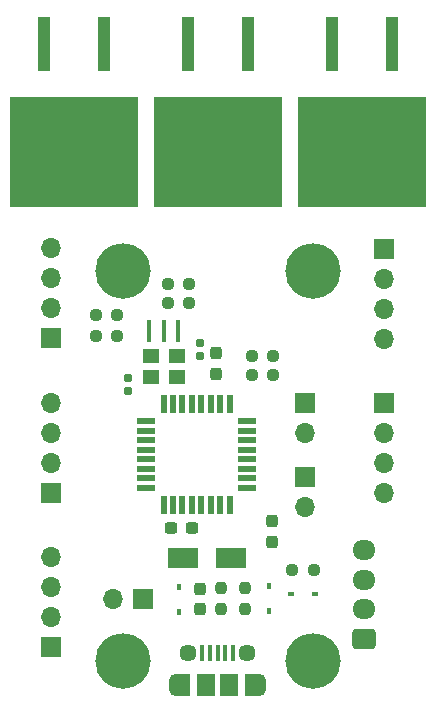
<source format=gts>
G04 #@! TF.GenerationSoftware,KiCad,Pcbnew,(6.0.10)*
G04 #@! TF.CreationDate,2023-08-15T16:43:45+01:00*
G04 #@! TF.ProjectId,BlinkStickAdvanced,426c696e-6b53-4746-9963-6b416476616e,1.4*
G04 #@! TF.SameCoordinates,Original*
G04 #@! TF.FileFunction,Soldermask,Top*
G04 #@! TF.FilePolarity,Negative*
%FSLAX46Y46*%
G04 Gerber Fmt 4.6, Leading zero omitted, Abs format (unit mm)*
G04 Created by KiCad (PCBNEW (6.0.10)) date 2023-08-15 16:43:45*
%MOMM*%
%LPD*%
G01*
G04 APERTURE LIST*
G04 Aperture macros list*
%AMRoundRect*
0 Rectangle with rounded corners*
0 $1 Rounding radius*
0 $2 $3 $4 $5 $6 $7 $8 $9 X,Y pos of 4 corners*
0 Add a 4 corners polygon primitive as box body*
4,1,4,$2,$3,$4,$5,$6,$7,$8,$9,$2,$3,0*
0 Add four circle primitives for the rounded corners*
1,1,$1+$1,$2,$3*
1,1,$1+$1,$4,$5*
1,1,$1+$1,$6,$7*
1,1,$1+$1,$8,$9*
0 Add four rect primitives between the rounded corners*
20,1,$1+$1,$2,$3,$4,$5,0*
20,1,$1+$1,$4,$5,$6,$7,0*
20,1,$1+$1,$6,$7,$8,$9,0*
20,1,$1+$1,$8,$9,$2,$3,0*%
G04 Aperture macros list end*
%ADD10RoundRect,0.250000X0.725000X-0.600000X0.725000X0.600000X-0.725000X0.600000X-0.725000X-0.600000X0*%
%ADD11O,1.950000X1.700000*%
%ADD12R,0.450000X0.600000*%
%ADD13R,1.700000X1.700000*%
%ADD14O,1.700000X1.700000*%
%ADD15O,1.200000X1.900000*%
%ADD16C,1.450000*%
%ADD17R,1.500000X1.900000*%
%ADD18R,1.200000X1.900000*%
%ADD19R,0.400000X1.350000*%
%ADD20RoundRect,0.237500X-0.250000X-0.237500X0.250000X-0.237500X0.250000X0.237500X-0.250000X0.237500X0*%
%ADD21C,4.700000*%
%ADD22R,1.400000X1.200000*%
%ADD23RoundRect,0.237500X-0.237500X0.300000X-0.237500X-0.300000X0.237500X-0.300000X0.237500X0.300000X0*%
%ADD24R,1.100000X4.600000*%
%ADD25R,10.800000X9.400000*%
%ADD26RoundRect,0.237500X0.237500X-0.250000X0.237500X0.250000X-0.237500X0.250000X-0.237500X-0.250000X0*%
%ADD27RoundRect,0.237500X-0.237500X0.250000X-0.237500X-0.250000X0.237500X-0.250000X0.237500X0.250000X0*%
%ADD28R,0.400000X1.900000*%
%ADD29RoundRect,0.237500X0.250000X0.237500X-0.250000X0.237500X-0.250000X-0.237500X0.250000X-0.237500X0*%
%ADD30R,1.600000X0.550000*%
%ADD31R,0.550000X1.600000*%
%ADD32RoundRect,0.237500X0.237500X-0.300000X0.237500X0.300000X-0.237500X0.300000X-0.237500X-0.300000X0*%
%ADD33RoundRect,0.237500X0.300000X0.237500X-0.300000X0.237500X-0.300000X-0.237500X0.300000X-0.237500X0*%
%ADD34R,2.500000X1.800000*%
%ADD35RoundRect,0.155000X0.155000X-0.212500X0.155000X0.212500X-0.155000X0.212500X-0.155000X-0.212500X0*%
%ADD36R,0.600000X0.450000*%
%ADD37RoundRect,0.155000X-0.155000X0.212500X-0.155000X-0.212500X0.155000X-0.212500X0.155000X0.212500X0*%
G04 APERTURE END LIST*
D10*
X69554200Y-88078000D03*
D11*
X69554200Y-85578000D03*
X69554200Y-83078000D03*
X69554200Y-80578000D03*
D12*
X61536750Y-85735500D03*
X61536750Y-83635500D03*
D13*
X43084600Y-75721200D03*
D14*
X43084600Y-73181200D03*
X43084600Y-70641200D03*
X43084600Y-68101200D03*
D13*
X64516000Y-74371200D03*
D14*
X64516000Y-76911200D03*
D15*
X60656000Y-91974300D03*
D16*
X59656000Y-89274300D03*
D17*
X58156000Y-91974300D03*
D15*
X53656000Y-91974300D03*
D17*
X56156000Y-91974300D03*
D18*
X60056000Y-91974300D03*
D16*
X54656000Y-89274300D03*
D18*
X54256000Y-91974300D03*
D19*
X58456000Y-89274300D03*
X57806000Y-89274300D03*
X57156000Y-89274300D03*
X56506000Y-89274300D03*
X55856000Y-89274300D03*
D13*
X71221600Y-68121200D03*
D14*
X71221600Y-70661200D03*
X71221600Y-73201200D03*
X71221600Y-75741200D03*
D13*
X43084600Y-62640200D03*
D14*
X43084600Y-60100200D03*
X43084600Y-57560200D03*
X43084600Y-55020200D03*
D20*
X60047500Y-65786000D03*
X61872500Y-65786000D03*
D21*
X65198000Y-89935000D03*
X49114000Y-89935000D03*
D20*
X46839500Y-60706000D03*
X48664500Y-60706000D03*
D13*
X71221600Y-55067200D03*
D14*
X71221600Y-57607200D03*
X71221600Y-60147200D03*
X71221600Y-62687200D03*
D22*
X51478000Y-64174000D03*
X53678000Y-64174000D03*
X53678000Y-65874000D03*
X51478000Y-65874000D03*
D23*
X61722000Y-79856500D03*
X61722000Y-78131500D03*
D13*
X64516000Y-68117800D03*
D14*
X64516000Y-70657800D03*
D24*
X66852800Y-37687600D03*
D25*
X69392800Y-46837600D03*
D24*
X71932800Y-37687600D03*
D13*
X50806000Y-84672000D03*
D14*
X48266000Y-84672000D03*
D20*
X60025000Y-64135000D03*
X61850000Y-64135000D03*
D26*
X57472750Y-85598000D03*
X57472750Y-83773000D03*
D27*
X59504750Y-83773000D03*
X59504750Y-85598000D03*
D28*
X51378000Y-62007000D03*
X52578000Y-62007000D03*
X53778000Y-62007000D03*
D29*
X65301500Y-82296000D03*
X63476500Y-82296000D03*
D24*
X54660800Y-37687600D03*
D25*
X57200800Y-46837600D03*
D24*
X59740800Y-37687600D03*
D20*
X52935500Y-58039000D03*
X54760500Y-58039000D03*
D23*
X56997600Y-63907500D03*
X56997600Y-65632500D03*
D30*
X59628000Y-69680000D03*
X59628000Y-70480000D03*
X59628000Y-71280000D03*
X59628000Y-72080000D03*
X59628000Y-72880000D03*
X59628000Y-73680000D03*
X59628000Y-74480000D03*
X59628000Y-75280000D03*
D31*
X58178000Y-76730000D03*
X57378000Y-76730000D03*
X56578000Y-76730000D03*
X55778000Y-76730000D03*
X54978000Y-76730000D03*
X54178000Y-76730000D03*
X53378000Y-76730000D03*
X52578000Y-76730000D03*
D30*
X51128000Y-75280000D03*
X51128000Y-74480000D03*
X51128000Y-73680000D03*
X51128000Y-72880000D03*
X51128000Y-72080000D03*
X51128000Y-71280000D03*
X51128000Y-70480000D03*
X51128000Y-69680000D03*
D31*
X52578000Y-68230000D03*
X53378000Y-68230000D03*
X54178000Y-68230000D03*
X54978000Y-68230000D03*
X55778000Y-68230000D03*
X56578000Y-68230000D03*
X57378000Y-68230000D03*
X58178000Y-68230000D03*
D20*
X52935500Y-59690000D03*
X54760500Y-59690000D03*
D21*
X49114000Y-56935100D03*
D12*
X53848000Y-85785500D03*
X53848000Y-83685500D03*
D32*
X55694750Y-85548000D03*
X55694750Y-83823000D03*
D13*
X43084600Y-88802200D03*
D14*
X43084600Y-86262200D03*
X43084600Y-83722200D03*
X43084600Y-81182200D03*
D20*
X46839500Y-62484000D03*
X48664500Y-62484000D03*
D33*
X54964500Y-78740000D03*
X53239500Y-78740000D03*
D21*
X65198000Y-56935100D03*
D24*
X42468800Y-37687600D03*
D25*
X45008800Y-46837600D03*
D24*
X47548800Y-37687600D03*
D34*
X58261000Y-81280000D03*
X54261000Y-81280000D03*
D35*
X49530000Y-65980500D03*
X49530000Y-67115500D03*
D36*
X63339000Y-84328000D03*
X65439000Y-84328000D03*
D37*
X55626000Y-64174000D03*
X55626000Y-63039000D03*
M02*

</source>
